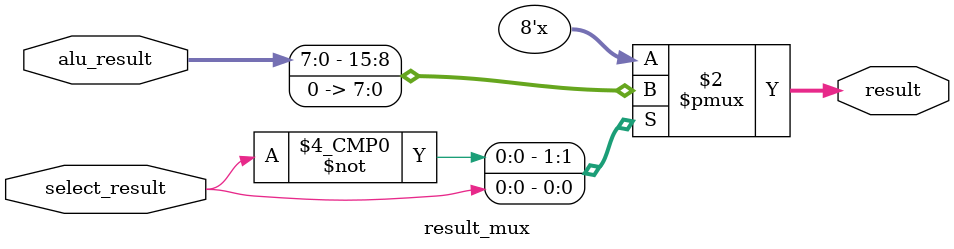
<source format=v>
module result_mux (
	input select_result,
	input [7:0] alu_result,
	output reg [7:0] result
);


  always @(*) begin
  
    case(select_result)
      1'h0: result <= alu_result;
      1'h1: result <= 8'h00;
      default: result <= 8'h00;
    endcase
    
  end


endmodule

</source>
